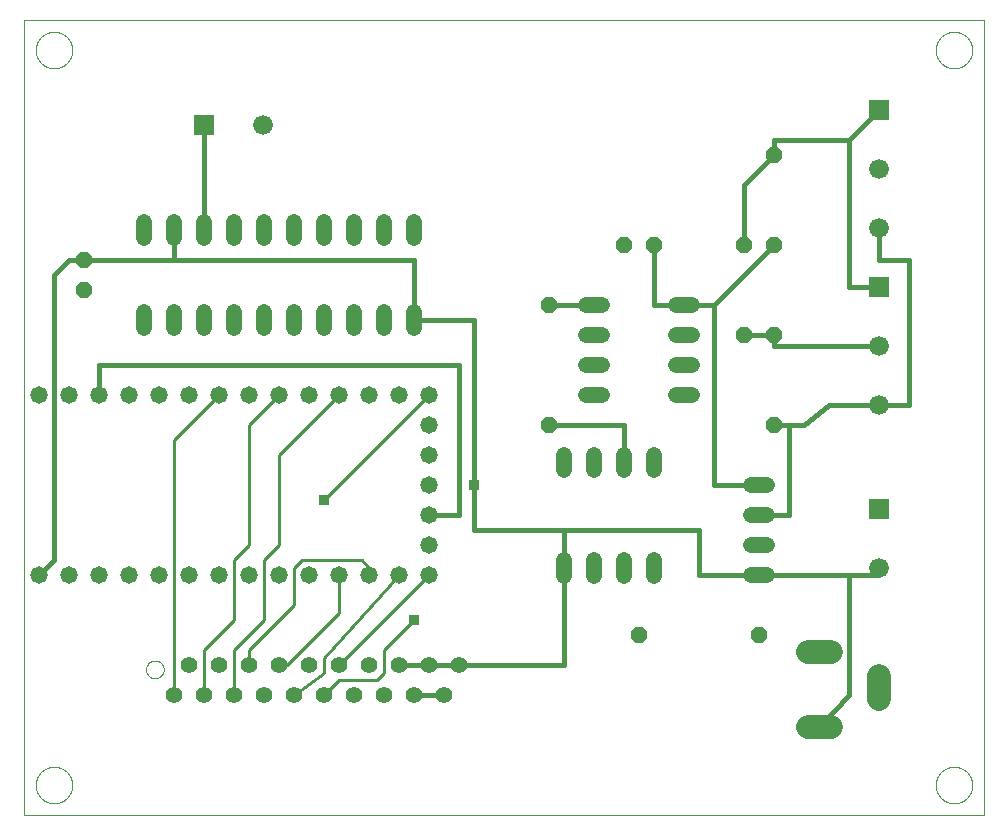
<source format=gbl>
G75*
%MOIN*%
%OFA0B0*%
%FSLAX25Y25*%
%IPPOS*%
%LPD*%
%AMOC8*
5,1,8,0,0,1.08239X$1,22.5*
%
%ADD10C,0.00000*%
%ADD11OC8,0.05200*%
%ADD12C,0.05200*%
%ADD13R,0.06600X0.06600*%
%ADD14C,0.06600*%
%ADD15C,0.05800*%
%ADD16C,0.07874*%
%ADD17C,0.05600*%
%ADD18C,0.01600*%
%ADD19R,0.03562X0.03562*%
%ADD20C,0.01000*%
D10*
X0001400Y0005000D02*
X0321400Y0005000D01*
X0321400Y0270000D01*
X0001400Y0270000D01*
X0001400Y0005000D01*
X0005298Y0015000D02*
X0005300Y0015156D01*
X0005306Y0015312D01*
X0005316Y0015467D01*
X0005330Y0015622D01*
X0005348Y0015777D01*
X0005370Y0015931D01*
X0005395Y0016085D01*
X0005425Y0016238D01*
X0005459Y0016390D01*
X0005496Y0016542D01*
X0005537Y0016692D01*
X0005582Y0016841D01*
X0005631Y0016989D01*
X0005684Y0017136D01*
X0005740Y0017281D01*
X0005800Y0017425D01*
X0005864Y0017567D01*
X0005932Y0017708D01*
X0006003Y0017846D01*
X0006077Y0017983D01*
X0006155Y0018118D01*
X0006236Y0018251D01*
X0006321Y0018382D01*
X0006409Y0018511D01*
X0006500Y0018637D01*
X0006595Y0018761D01*
X0006692Y0018882D01*
X0006793Y0019001D01*
X0006897Y0019118D01*
X0007003Y0019231D01*
X0007113Y0019342D01*
X0007225Y0019450D01*
X0007340Y0019555D01*
X0007458Y0019658D01*
X0007578Y0019757D01*
X0007701Y0019853D01*
X0007826Y0019946D01*
X0007953Y0020035D01*
X0008083Y0020122D01*
X0008215Y0020205D01*
X0008349Y0020284D01*
X0008485Y0020361D01*
X0008623Y0020433D01*
X0008762Y0020503D01*
X0008904Y0020568D01*
X0009047Y0020630D01*
X0009191Y0020688D01*
X0009337Y0020743D01*
X0009485Y0020794D01*
X0009633Y0020841D01*
X0009783Y0020884D01*
X0009934Y0020923D01*
X0010086Y0020959D01*
X0010238Y0020990D01*
X0010392Y0021018D01*
X0010546Y0021042D01*
X0010700Y0021062D01*
X0010855Y0021078D01*
X0011011Y0021090D01*
X0011166Y0021098D01*
X0011322Y0021102D01*
X0011478Y0021102D01*
X0011634Y0021098D01*
X0011789Y0021090D01*
X0011945Y0021078D01*
X0012100Y0021062D01*
X0012254Y0021042D01*
X0012408Y0021018D01*
X0012562Y0020990D01*
X0012714Y0020959D01*
X0012866Y0020923D01*
X0013017Y0020884D01*
X0013167Y0020841D01*
X0013315Y0020794D01*
X0013463Y0020743D01*
X0013609Y0020688D01*
X0013753Y0020630D01*
X0013896Y0020568D01*
X0014038Y0020503D01*
X0014177Y0020433D01*
X0014315Y0020361D01*
X0014451Y0020284D01*
X0014585Y0020205D01*
X0014717Y0020122D01*
X0014847Y0020035D01*
X0014974Y0019946D01*
X0015099Y0019853D01*
X0015222Y0019757D01*
X0015342Y0019658D01*
X0015460Y0019555D01*
X0015575Y0019450D01*
X0015687Y0019342D01*
X0015797Y0019231D01*
X0015903Y0019118D01*
X0016007Y0019001D01*
X0016108Y0018882D01*
X0016205Y0018761D01*
X0016300Y0018637D01*
X0016391Y0018511D01*
X0016479Y0018382D01*
X0016564Y0018251D01*
X0016645Y0018118D01*
X0016723Y0017983D01*
X0016797Y0017846D01*
X0016868Y0017708D01*
X0016936Y0017567D01*
X0017000Y0017425D01*
X0017060Y0017281D01*
X0017116Y0017136D01*
X0017169Y0016989D01*
X0017218Y0016841D01*
X0017263Y0016692D01*
X0017304Y0016542D01*
X0017341Y0016390D01*
X0017375Y0016238D01*
X0017405Y0016085D01*
X0017430Y0015931D01*
X0017452Y0015777D01*
X0017470Y0015622D01*
X0017484Y0015467D01*
X0017494Y0015312D01*
X0017500Y0015156D01*
X0017502Y0015000D01*
X0017500Y0014844D01*
X0017494Y0014688D01*
X0017484Y0014533D01*
X0017470Y0014378D01*
X0017452Y0014223D01*
X0017430Y0014069D01*
X0017405Y0013915D01*
X0017375Y0013762D01*
X0017341Y0013610D01*
X0017304Y0013458D01*
X0017263Y0013308D01*
X0017218Y0013159D01*
X0017169Y0013011D01*
X0017116Y0012864D01*
X0017060Y0012719D01*
X0017000Y0012575D01*
X0016936Y0012433D01*
X0016868Y0012292D01*
X0016797Y0012154D01*
X0016723Y0012017D01*
X0016645Y0011882D01*
X0016564Y0011749D01*
X0016479Y0011618D01*
X0016391Y0011489D01*
X0016300Y0011363D01*
X0016205Y0011239D01*
X0016108Y0011118D01*
X0016007Y0010999D01*
X0015903Y0010882D01*
X0015797Y0010769D01*
X0015687Y0010658D01*
X0015575Y0010550D01*
X0015460Y0010445D01*
X0015342Y0010342D01*
X0015222Y0010243D01*
X0015099Y0010147D01*
X0014974Y0010054D01*
X0014847Y0009965D01*
X0014717Y0009878D01*
X0014585Y0009795D01*
X0014451Y0009716D01*
X0014315Y0009639D01*
X0014177Y0009567D01*
X0014038Y0009497D01*
X0013896Y0009432D01*
X0013753Y0009370D01*
X0013609Y0009312D01*
X0013463Y0009257D01*
X0013315Y0009206D01*
X0013167Y0009159D01*
X0013017Y0009116D01*
X0012866Y0009077D01*
X0012714Y0009041D01*
X0012562Y0009010D01*
X0012408Y0008982D01*
X0012254Y0008958D01*
X0012100Y0008938D01*
X0011945Y0008922D01*
X0011789Y0008910D01*
X0011634Y0008902D01*
X0011478Y0008898D01*
X0011322Y0008898D01*
X0011166Y0008902D01*
X0011011Y0008910D01*
X0010855Y0008922D01*
X0010700Y0008938D01*
X0010546Y0008958D01*
X0010392Y0008982D01*
X0010238Y0009010D01*
X0010086Y0009041D01*
X0009934Y0009077D01*
X0009783Y0009116D01*
X0009633Y0009159D01*
X0009485Y0009206D01*
X0009337Y0009257D01*
X0009191Y0009312D01*
X0009047Y0009370D01*
X0008904Y0009432D01*
X0008762Y0009497D01*
X0008623Y0009567D01*
X0008485Y0009639D01*
X0008349Y0009716D01*
X0008215Y0009795D01*
X0008083Y0009878D01*
X0007953Y0009965D01*
X0007826Y0010054D01*
X0007701Y0010147D01*
X0007578Y0010243D01*
X0007458Y0010342D01*
X0007340Y0010445D01*
X0007225Y0010550D01*
X0007113Y0010658D01*
X0007003Y0010769D01*
X0006897Y0010882D01*
X0006793Y0010999D01*
X0006692Y0011118D01*
X0006595Y0011239D01*
X0006500Y0011363D01*
X0006409Y0011489D01*
X0006321Y0011618D01*
X0006236Y0011749D01*
X0006155Y0011882D01*
X0006077Y0012017D01*
X0006003Y0012154D01*
X0005932Y0012292D01*
X0005864Y0012433D01*
X0005800Y0012575D01*
X0005740Y0012719D01*
X0005684Y0012864D01*
X0005631Y0013011D01*
X0005582Y0013159D01*
X0005537Y0013308D01*
X0005496Y0013458D01*
X0005459Y0013610D01*
X0005425Y0013762D01*
X0005395Y0013915D01*
X0005370Y0014069D01*
X0005348Y0014223D01*
X0005330Y0014378D01*
X0005316Y0014533D01*
X0005306Y0014688D01*
X0005300Y0014844D01*
X0005298Y0015000D01*
X0042069Y0053563D02*
X0042071Y0053671D01*
X0042077Y0053780D01*
X0042087Y0053888D01*
X0042101Y0053995D01*
X0042119Y0054102D01*
X0042140Y0054209D01*
X0042166Y0054314D01*
X0042196Y0054419D01*
X0042229Y0054522D01*
X0042266Y0054624D01*
X0042307Y0054724D01*
X0042351Y0054823D01*
X0042400Y0054921D01*
X0042451Y0055016D01*
X0042506Y0055109D01*
X0042565Y0055201D01*
X0042627Y0055290D01*
X0042692Y0055377D01*
X0042760Y0055461D01*
X0042831Y0055543D01*
X0042905Y0055622D01*
X0042982Y0055698D01*
X0043062Y0055772D01*
X0043145Y0055842D01*
X0043230Y0055910D01*
X0043317Y0055974D01*
X0043407Y0056035D01*
X0043499Y0056093D01*
X0043593Y0056147D01*
X0043689Y0056198D01*
X0043786Y0056245D01*
X0043886Y0056289D01*
X0043987Y0056329D01*
X0044089Y0056365D01*
X0044192Y0056397D01*
X0044297Y0056426D01*
X0044403Y0056450D01*
X0044509Y0056471D01*
X0044616Y0056488D01*
X0044724Y0056501D01*
X0044832Y0056510D01*
X0044941Y0056515D01*
X0045049Y0056516D01*
X0045158Y0056513D01*
X0045266Y0056506D01*
X0045374Y0056495D01*
X0045481Y0056480D01*
X0045588Y0056461D01*
X0045694Y0056438D01*
X0045799Y0056412D01*
X0045904Y0056381D01*
X0046006Y0056347D01*
X0046108Y0056309D01*
X0046208Y0056267D01*
X0046307Y0056222D01*
X0046404Y0056173D01*
X0046498Y0056120D01*
X0046591Y0056064D01*
X0046682Y0056005D01*
X0046771Y0055942D01*
X0046857Y0055877D01*
X0046941Y0055808D01*
X0047022Y0055736D01*
X0047100Y0055661D01*
X0047176Y0055583D01*
X0047249Y0055502D01*
X0047319Y0055419D01*
X0047385Y0055334D01*
X0047449Y0055246D01*
X0047509Y0055155D01*
X0047566Y0055063D01*
X0047619Y0054968D01*
X0047669Y0054872D01*
X0047715Y0054774D01*
X0047758Y0054674D01*
X0047797Y0054573D01*
X0047832Y0054470D01*
X0047864Y0054367D01*
X0047891Y0054262D01*
X0047915Y0054156D01*
X0047935Y0054049D01*
X0047951Y0053942D01*
X0047963Y0053834D01*
X0047971Y0053726D01*
X0047975Y0053617D01*
X0047975Y0053509D01*
X0047971Y0053400D01*
X0047963Y0053292D01*
X0047951Y0053184D01*
X0047935Y0053077D01*
X0047915Y0052970D01*
X0047891Y0052864D01*
X0047864Y0052759D01*
X0047832Y0052656D01*
X0047797Y0052553D01*
X0047758Y0052452D01*
X0047715Y0052352D01*
X0047669Y0052254D01*
X0047619Y0052158D01*
X0047566Y0052063D01*
X0047509Y0051971D01*
X0047449Y0051880D01*
X0047385Y0051792D01*
X0047319Y0051707D01*
X0047249Y0051624D01*
X0047176Y0051543D01*
X0047100Y0051465D01*
X0047022Y0051390D01*
X0046941Y0051318D01*
X0046857Y0051249D01*
X0046771Y0051184D01*
X0046682Y0051121D01*
X0046591Y0051062D01*
X0046499Y0051006D01*
X0046404Y0050953D01*
X0046307Y0050904D01*
X0046208Y0050859D01*
X0046108Y0050817D01*
X0046006Y0050779D01*
X0045904Y0050745D01*
X0045799Y0050714D01*
X0045694Y0050688D01*
X0045588Y0050665D01*
X0045481Y0050646D01*
X0045374Y0050631D01*
X0045266Y0050620D01*
X0045158Y0050613D01*
X0045049Y0050610D01*
X0044941Y0050611D01*
X0044832Y0050616D01*
X0044724Y0050625D01*
X0044616Y0050638D01*
X0044509Y0050655D01*
X0044403Y0050676D01*
X0044297Y0050700D01*
X0044192Y0050729D01*
X0044089Y0050761D01*
X0043987Y0050797D01*
X0043886Y0050837D01*
X0043786Y0050881D01*
X0043689Y0050928D01*
X0043593Y0050979D01*
X0043499Y0051033D01*
X0043407Y0051091D01*
X0043317Y0051152D01*
X0043230Y0051216D01*
X0043145Y0051284D01*
X0043062Y0051354D01*
X0042982Y0051428D01*
X0042905Y0051504D01*
X0042831Y0051583D01*
X0042760Y0051665D01*
X0042692Y0051749D01*
X0042627Y0051836D01*
X0042565Y0051925D01*
X0042506Y0052017D01*
X0042451Y0052110D01*
X0042400Y0052205D01*
X0042351Y0052303D01*
X0042307Y0052402D01*
X0042266Y0052502D01*
X0042229Y0052604D01*
X0042196Y0052707D01*
X0042166Y0052812D01*
X0042140Y0052917D01*
X0042119Y0053024D01*
X0042101Y0053131D01*
X0042087Y0053238D01*
X0042077Y0053346D01*
X0042071Y0053455D01*
X0042069Y0053563D01*
X0005298Y0260000D02*
X0005300Y0260156D01*
X0005306Y0260312D01*
X0005316Y0260467D01*
X0005330Y0260622D01*
X0005348Y0260777D01*
X0005370Y0260931D01*
X0005395Y0261085D01*
X0005425Y0261238D01*
X0005459Y0261390D01*
X0005496Y0261542D01*
X0005537Y0261692D01*
X0005582Y0261841D01*
X0005631Y0261989D01*
X0005684Y0262136D01*
X0005740Y0262281D01*
X0005800Y0262425D01*
X0005864Y0262567D01*
X0005932Y0262708D01*
X0006003Y0262846D01*
X0006077Y0262983D01*
X0006155Y0263118D01*
X0006236Y0263251D01*
X0006321Y0263382D01*
X0006409Y0263511D01*
X0006500Y0263637D01*
X0006595Y0263761D01*
X0006692Y0263882D01*
X0006793Y0264001D01*
X0006897Y0264118D01*
X0007003Y0264231D01*
X0007113Y0264342D01*
X0007225Y0264450D01*
X0007340Y0264555D01*
X0007458Y0264658D01*
X0007578Y0264757D01*
X0007701Y0264853D01*
X0007826Y0264946D01*
X0007953Y0265035D01*
X0008083Y0265122D01*
X0008215Y0265205D01*
X0008349Y0265284D01*
X0008485Y0265361D01*
X0008623Y0265433D01*
X0008762Y0265503D01*
X0008904Y0265568D01*
X0009047Y0265630D01*
X0009191Y0265688D01*
X0009337Y0265743D01*
X0009485Y0265794D01*
X0009633Y0265841D01*
X0009783Y0265884D01*
X0009934Y0265923D01*
X0010086Y0265959D01*
X0010238Y0265990D01*
X0010392Y0266018D01*
X0010546Y0266042D01*
X0010700Y0266062D01*
X0010855Y0266078D01*
X0011011Y0266090D01*
X0011166Y0266098D01*
X0011322Y0266102D01*
X0011478Y0266102D01*
X0011634Y0266098D01*
X0011789Y0266090D01*
X0011945Y0266078D01*
X0012100Y0266062D01*
X0012254Y0266042D01*
X0012408Y0266018D01*
X0012562Y0265990D01*
X0012714Y0265959D01*
X0012866Y0265923D01*
X0013017Y0265884D01*
X0013167Y0265841D01*
X0013315Y0265794D01*
X0013463Y0265743D01*
X0013609Y0265688D01*
X0013753Y0265630D01*
X0013896Y0265568D01*
X0014038Y0265503D01*
X0014177Y0265433D01*
X0014315Y0265361D01*
X0014451Y0265284D01*
X0014585Y0265205D01*
X0014717Y0265122D01*
X0014847Y0265035D01*
X0014974Y0264946D01*
X0015099Y0264853D01*
X0015222Y0264757D01*
X0015342Y0264658D01*
X0015460Y0264555D01*
X0015575Y0264450D01*
X0015687Y0264342D01*
X0015797Y0264231D01*
X0015903Y0264118D01*
X0016007Y0264001D01*
X0016108Y0263882D01*
X0016205Y0263761D01*
X0016300Y0263637D01*
X0016391Y0263511D01*
X0016479Y0263382D01*
X0016564Y0263251D01*
X0016645Y0263118D01*
X0016723Y0262983D01*
X0016797Y0262846D01*
X0016868Y0262708D01*
X0016936Y0262567D01*
X0017000Y0262425D01*
X0017060Y0262281D01*
X0017116Y0262136D01*
X0017169Y0261989D01*
X0017218Y0261841D01*
X0017263Y0261692D01*
X0017304Y0261542D01*
X0017341Y0261390D01*
X0017375Y0261238D01*
X0017405Y0261085D01*
X0017430Y0260931D01*
X0017452Y0260777D01*
X0017470Y0260622D01*
X0017484Y0260467D01*
X0017494Y0260312D01*
X0017500Y0260156D01*
X0017502Y0260000D01*
X0017500Y0259844D01*
X0017494Y0259688D01*
X0017484Y0259533D01*
X0017470Y0259378D01*
X0017452Y0259223D01*
X0017430Y0259069D01*
X0017405Y0258915D01*
X0017375Y0258762D01*
X0017341Y0258610D01*
X0017304Y0258458D01*
X0017263Y0258308D01*
X0017218Y0258159D01*
X0017169Y0258011D01*
X0017116Y0257864D01*
X0017060Y0257719D01*
X0017000Y0257575D01*
X0016936Y0257433D01*
X0016868Y0257292D01*
X0016797Y0257154D01*
X0016723Y0257017D01*
X0016645Y0256882D01*
X0016564Y0256749D01*
X0016479Y0256618D01*
X0016391Y0256489D01*
X0016300Y0256363D01*
X0016205Y0256239D01*
X0016108Y0256118D01*
X0016007Y0255999D01*
X0015903Y0255882D01*
X0015797Y0255769D01*
X0015687Y0255658D01*
X0015575Y0255550D01*
X0015460Y0255445D01*
X0015342Y0255342D01*
X0015222Y0255243D01*
X0015099Y0255147D01*
X0014974Y0255054D01*
X0014847Y0254965D01*
X0014717Y0254878D01*
X0014585Y0254795D01*
X0014451Y0254716D01*
X0014315Y0254639D01*
X0014177Y0254567D01*
X0014038Y0254497D01*
X0013896Y0254432D01*
X0013753Y0254370D01*
X0013609Y0254312D01*
X0013463Y0254257D01*
X0013315Y0254206D01*
X0013167Y0254159D01*
X0013017Y0254116D01*
X0012866Y0254077D01*
X0012714Y0254041D01*
X0012562Y0254010D01*
X0012408Y0253982D01*
X0012254Y0253958D01*
X0012100Y0253938D01*
X0011945Y0253922D01*
X0011789Y0253910D01*
X0011634Y0253902D01*
X0011478Y0253898D01*
X0011322Y0253898D01*
X0011166Y0253902D01*
X0011011Y0253910D01*
X0010855Y0253922D01*
X0010700Y0253938D01*
X0010546Y0253958D01*
X0010392Y0253982D01*
X0010238Y0254010D01*
X0010086Y0254041D01*
X0009934Y0254077D01*
X0009783Y0254116D01*
X0009633Y0254159D01*
X0009485Y0254206D01*
X0009337Y0254257D01*
X0009191Y0254312D01*
X0009047Y0254370D01*
X0008904Y0254432D01*
X0008762Y0254497D01*
X0008623Y0254567D01*
X0008485Y0254639D01*
X0008349Y0254716D01*
X0008215Y0254795D01*
X0008083Y0254878D01*
X0007953Y0254965D01*
X0007826Y0255054D01*
X0007701Y0255147D01*
X0007578Y0255243D01*
X0007458Y0255342D01*
X0007340Y0255445D01*
X0007225Y0255550D01*
X0007113Y0255658D01*
X0007003Y0255769D01*
X0006897Y0255882D01*
X0006793Y0255999D01*
X0006692Y0256118D01*
X0006595Y0256239D01*
X0006500Y0256363D01*
X0006409Y0256489D01*
X0006321Y0256618D01*
X0006236Y0256749D01*
X0006155Y0256882D01*
X0006077Y0257017D01*
X0006003Y0257154D01*
X0005932Y0257292D01*
X0005864Y0257433D01*
X0005800Y0257575D01*
X0005740Y0257719D01*
X0005684Y0257864D01*
X0005631Y0258011D01*
X0005582Y0258159D01*
X0005537Y0258308D01*
X0005496Y0258458D01*
X0005459Y0258610D01*
X0005425Y0258762D01*
X0005395Y0258915D01*
X0005370Y0259069D01*
X0005348Y0259223D01*
X0005330Y0259378D01*
X0005316Y0259533D01*
X0005306Y0259688D01*
X0005300Y0259844D01*
X0005298Y0260000D01*
X0305298Y0260000D02*
X0305300Y0260156D01*
X0305306Y0260312D01*
X0305316Y0260467D01*
X0305330Y0260622D01*
X0305348Y0260777D01*
X0305370Y0260931D01*
X0305395Y0261085D01*
X0305425Y0261238D01*
X0305459Y0261390D01*
X0305496Y0261542D01*
X0305537Y0261692D01*
X0305582Y0261841D01*
X0305631Y0261989D01*
X0305684Y0262136D01*
X0305740Y0262281D01*
X0305800Y0262425D01*
X0305864Y0262567D01*
X0305932Y0262708D01*
X0306003Y0262846D01*
X0306077Y0262983D01*
X0306155Y0263118D01*
X0306236Y0263251D01*
X0306321Y0263382D01*
X0306409Y0263511D01*
X0306500Y0263637D01*
X0306595Y0263761D01*
X0306692Y0263882D01*
X0306793Y0264001D01*
X0306897Y0264118D01*
X0307003Y0264231D01*
X0307113Y0264342D01*
X0307225Y0264450D01*
X0307340Y0264555D01*
X0307458Y0264658D01*
X0307578Y0264757D01*
X0307701Y0264853D01*
X0307826Y0264946D01*
X0307953Y0265035D01*
X0308083Y0265122D01*
X0308215Y0265205D01*
X0308349Y0265284D01*
X0308485Y0265361D01*
X0308623Y0265433D01*
X0308762Y0265503D01*
X0308904Y0265568D01*
X0309047Y0265630D01*
X0309191Y0265688D01*
X0309337Y0265743D01*
X0309485Y0265794D01*
X0309633Y0265841D01*
X0309783Y0265884D01*
X0309934Y0265923D01*
X0310086Y0265959D01*
X0310238Y0265990D01*
X0310392Y0266018D01*
X0310546Y0266042D01*
X0310700Y0266062D01*
X0310855Y0266078D01*
X0311011Y0266090D01*
X0311166Y0266098D01*
X0311322Y0266102D01*
X0311478Y0266102D01*
X0311634Y0266098D01*
X0311789Y0266090D01*
X0311945Y0266078D01*
X0312100Y0266062D01*
X0312254Y0266042D01*
X0312408Y0266018D01*
X0312562Y0265990D01*
X0312714Y0265959D01*
X0312866Y0265923D01*
X0313017Y0265884D01*
X0313167Y0265841D01*
X0313315Y0265794D01*
X0313463Y0265743D01*
X0313609Y0265688D01*
X0313753Y0265630D01*
X0313896Y0265568D01*
X0314038Y0265503D01*
X0314177Y0265433D01*
X0314315Y0265361D01*
X0314451Y0265284D01*
X0314585Y0265205D01*
X0314717Y0265122D01*
X0314847Y0265035D01*
X0314974Y0264946D01*
X0315099Y0264853D01*
X0315222Y0264757D01*
X0315342Y0264658D01*
X0315460Y0264555D01*
X0315575Y0264450D01*
X0315687Y0264342D01*
X0315797Y0264231D01*
X0315903Y0264118D01*
X0316007Y0264001D01*
X0316108Y0263882D01*
X0316205Y0263761D01*
X0316300Y0263637D01*
X0316391Y0263511D01*
X0316479Y0263382D01*
X0316564Y0263251D01*
X0316645Y0263118D01*
X0316723Y0262983D01*
X0316797Y0262846D01*
X0316868Y0262708D01*
X0316936Y0262567D01*
X0317000Y0262425D01*
X0317060Y0262281D01*
X0317116Y0262136D01*
X0317169Y0261989D01*
X0317218Y0261841D01*
X0317263Y0261692D01*
X0317304Y0261542D01*
X0317341Y0261390D01*
X0317375Y0261238D01*
X0317405Y0261085D01*
X0317430Y0260931D01*
X0317452Y0260777D01*
X0317470Y0260622D01*
X0317484Y0260467D01*
X0317494Y0260312D01*
X0317500Y0260156D01*
X0317502Y0260000D01*
X0317500Y0259844D01*
X0317494Y0259688D01*
X0317484Y0259533D01*
X0317470Y0259378D01*
X0317452Y0259223D01*
X0317430Y0259069D01*
X0317405Y0258915D01*
X0317375Y0258762D01*
X0317341Y0258610D01*
X0317304Y0258458D01*
X0317263Y0258308D01*
X0317218Y0258159D01*
X0317169Y0258011D01*
X0317116Y0257864D01*
X0317060Y0257719D01*
X0317000Y0257575D01*
X0316936Y0257433D01*
X0316868Y0257292D01*
X0316797Y0257154D01*
X0316723Y0257017D01*
X0316645Y0256882D01*
X0316564Y0256749D01*
X0316479Y0256618D01*
X0316391Y0256489D01*
X0316300Y0256363D01*
X0316205Y0256239D01*
X0316108Y0256118D01*
X0316007Y0255999D01*
X0315903Y0255882D01*
X0315797Y0255769D01*
X0315687Y0255658D01*
X0315575Y0255550D01*
X0315460Y0255445D01*
X0315342Y0255342D01*
X0315222Y0255243D01*
X0315099Y0255147D01*
X0314974Y0255054D01*
X0314847Y0254965D01*
X0314717Y0254878D01*
X0314585Y0254795D01*
X0314451Y0254716D01*
X0314315Y0254639D01*
X0314177Y0254567D01*
X0314038Y0254497D01*
X0313896Y0254432D01*
X0313753Y0254370D01*
X0313609Y0254312D01*
X0313463Y0254257D01*
X0313315Y0254206D01*
X0313167Y0254159D01*
X0313017Y0254116D01*
X0312866Y0254077D01*
X0312714Y0254041D01*
X0312562Y0254010D01*
X0312408Y0253982D01*
X0312254Y0253958D01*
X0312100Y0253938D01*
X0311945Y0253922D01*
X0311789Y0253910D01*
X0311634Y0253902D01*
X0311478Y0253898D01*
X0311322Y0253898D01*
X0311166Y0253902D01*
X0311011Y0253910D01*
X0310855Y0253922D01*
X0310700Y0253938D01*
X0310546Y0253958D01*
X0310392Y0253982D01*
X0310238Y0254010D01*
X0310086Y0254041D01*
X0309934Y0254077D01*
X0309783Y0254116D01*
X0309633Y0254159D01*
X0309485Y0254206D01*
X0309337Y0254257D01*
X0309191Y0254312D01*
X0309047Y0254370D01*
X0308904Y0254432D01*
X0308762Y0254497D01*
X0308623Y0254567D01*
X0308485Y0254639D01*
X0308349Y0254716D01*
X0308215Y0254795D01*
X0308083Y0254878D01*
X0307953Y0254965D01*
X0307826Y0255054D01*
X0307701Y0255147D01*
X0307578Y0255243D01*
X0307458Y0255342D01*
X0307340Y0255445D01*
X0307225Y0255550D01*
X0307113Y0255658D01*
X0307003Y0255769D01*
X0306897Y0255882D01*
X0306793Y0255999D01*
X0306692Y0256118D01*
X0306595Y0256239D01*
X0306500Y0256363D01*
X0306409Y0256489D01*
X0306321Y0256618D01*
X0306236Y0256749D01*
X0306155Y0256882D01*
X0306077Y0257017D01*
X0306003Y0257154D01*
X0305932Y0257292D01*
X0305864Y0257433D01*
X0305800Y0257575D01*
X0305740Y0257719D01*
X0305684Y0257864D01*
X0305631Y0258011D01*
X0305582Y0258159D01*
X0305537Y0258308D01*
X0305496Y0258458D01*
X0305459Y0258610D01*
X0305425Y0258762D01*
X0305395Y0258915D01*
X0305370Y0259069D01*
X0305348Y0259223D01*
X0305330Y0259378D01*
X0305316Y0259533D01*
X0305306Y0259688D01*
X0305300Y0259844D01*
X0305298Y0260000D01*
X0305298Y0015000D02*
X0305300Y0015156D01*
X0305306Y0015312D01*
X0305316Y0015467D01*
X0305330Y0015622D01*
X0305348Y0015777D01*
X0305370Y0015931D01*
X0305395Y0016085D01*
X0305425Y0016238D01*
X0305459Y0016390D01*
X0305496Y0016542D01*
X0305537Y0016692D01*
X0305582Y0016841D01*
X0305631Y0016989D01*
X0305684Y0017136D01*
X0305740Y0017281D01*
X0305800Y0017425D01*
X0305864Y0017567D01*
X0305932Y0017708D01*
X0306003Y0017846D01*
X0306077Y0017983D01*
X0306155Y0018118D01*
X0306236Y0018251D01*
X0306321Y0018382D01*
X0306409Y0018511D01*
X0306500Y0018637D01*
X0306595Y0018761D01*
X0306692Y0018882D01*
X0306793Y0019001D01*
X0306897Y0019118D01*
X0307003Y0019231D01*
X0307113Y0019342D01*
X0307225Y0019450D01*
X0307340Y0019555D01*
X0307458Y0019658D01*
X0307578Y0019757D01*
X0307701Y0019853D01*
X0307826Y0019946D01*
X0307953Y0020035D01*
X0308083Y0020122D01*
X0308215Y0020205D01*
X0308349Y0020284D01*
X0308485Y0020361D01*
X0308623Y0020433D01*
X0308762Y0020503D01*
X0308904Y0020568D01*
X0309047Y0020630D01*
X0309191Y0020688D01*
X0309337Y0020743D01*
X0309485Y0020794D01*
X0309633Y0020841D01*
X0309783Y0020884D01*
X0309934Y0020923D01*
X0310086Y0020959D01*
X0310238Y0020990D01*
X0310392Y0021018D01*
X0310546Y0021042D01*
X0310700Y0021062D01*
X0310855Y0021078D01*
X0311011Y0021090D01*
X0311166Y0021098D01*
X0311322Y0021102D01*
X0311478Y0021102D01*
X0311634Y0021098D01*
X0311789Y0021090D01*
X0311945Y0021078D01*
X0312100Y0021062D01*
X0312254Y0021042D01*
X0312408Y0021018D01*
X0312562Y0020990D01*
X0312714Y0020959D01*
X0312866Y0020923D01*
X0313017Y0020884D01*
X0313167Y0020841D01*
X0313315Y0020794D01*
X0313463Y0020743D01*
X0313609Y0020688D01*
X0313753Y0020630D01*
X0313896Y0020568D01*
X0314038Y0020503D01*
X0314177Y0020433D01*
X0314315Y0020361D01*
X0314451Y0020284D01*
X0314585Y0020205D01*
X0314717Y0020122D01*
X0314847Y0020035D01*
X0314974Y0019946D01*
X0315099Y0019853D01*
X0315222Y0019757D01*
X0315342Y0019658D01*
X0315460Y0019555D01*
X0315575Y0019450D01*
X0315687Y0019342D01*
X0315797Y0019231D01*
X0315903Y0019118D01*
X0316007Y0019001D01*
X0316108Y0018882D01*
X0316205Y0018761D01*
X0316300Y0018637D01*
X0316391Y0018511D01*
X0316479Y0018382D01*
X0316564Y0018251D01*
X0316645Y0018118D01*
X0316723Y0017983D01*
X0316797Y0017846D01*
X0316868Y0017708D01*
X0316936Y0017567D01*
X0317000Y0017425D01*
X0317060Y0017281D01*
X0317116Y0017136D01*
X0317169Y0016989D01*
X0317218Y0016841D01*
X0317263Y0016692D01*
X0317304Y0016542D01*
X0317341Y0016390D01*
X0317375Y0016238D01*
X0317405Y0016085D01*
X0317430Y0015931D01*
X0317452Y0015777D01*
X0317470Y0015622D01*
X0317484Y0015467D01*
X0317494Y0015312D01*
X0317500Y0015156D01*
X0317502Y0015000D01*
X0317500Y0014844D01*
X0317494Y0014688D01*
X0317484Y0014533D01*
X0317470Y0014378D01*
X0317452Y0014223D01*
X0317430Y0014069D01*
X0317405Y0013915D01*
X0317375Y0013762D01*
X0317341Y0013610D01*
X0317304Y0013458D01*
X0317263Y0013308D01*
X0317218Y0013159D01*
X0317169Y0013011D01*
X0317116Y0012864D01*
X0317060Y0012719D01*
X0317000Y0012575D01*
X0316936Y0012433D01*
X0316868Y0012292D01*
X0316797Y0012154D01*
X0316723Y0012017D01*
X0316645Y0011882D01*
X0316564Y0011749D01*
X0316479Y0011618D01*
X0316391Y0011489D01*
X0316300Y0011363D01*
X0316205Y0011239D01*
X0316108Y0011118D01*
X0316007Y0010999D01*
X0315903Y0010882D01*
X0315797Y0010769D01*
X0315687Y0010658D01*
X0315575Y0010550D01*
X0315460Y0010445D01*
X0315342Y0010342D01*
X0315222Y0010243D01*
X0315099Y0010147D01*
X0314974Y0010054D01*
X0314847Y0009965D01*
X0314717Y0009878D01*
X0314585Y0009795D01*
X0314451Y0009716D01*
X0314315Y0009639D01*
X0314177Y0009567D01*
X0314038Y0009497D01*
X0313896Y0009432D01*
X0313753Y0009370D01*
X0313609Y0009312D01*
X0313463Y0009257D01*
X0313315Y0009206D01*
X0313167Y0009159D01*
X0313017Y0009116D01*
X0312866Y0009077D01*
X0312714Y0009041D01*
X0312562Y0009010D01*
X0312408Y0008982D01*
X0312254Y0008958D01*
X0312100Y0008938D01*
X0311945Y0008922D01*
X0311789Y0008910D01*
X0311634Y0008902D01*
X0311478Y0008898D01*
X0311322Y0008898D01*
X0311166Y0008902D01*
X0311011Y0008910D01*
X0310855Y0008922D01*
X0310700Y0008938D01*
X0310546Y0008958D01*
X0310392Y0008982D01*
X0310238Y0009010D01*
X0310086Y0009041D01*
X0309934Y0009077D01*
X0309783Y0009116D01*
X0309633Y0009159D01*
X0309485Y0009206D01*
X0309337Y0009257D01*
X0309191Y0009312D01*
X0309047Y0009370D01*
X0308904Y0009432D01*
X0308762Y0009497D01*
X0308623Y0009567D01*
X0308485Y0009639D01*
X0308349Y0009716D01*
X0308215Y0009795D01*
X0308083Y0009878D01*
X0307953Y0009965D01*
X0307826Y0010054D01*
X0307701Y0010147D01*
X0307578Y0010243D01*
X0307458Y0010342D01*
X0307340Y0010445D01*
X0307225Y0010550D01*
X0307113Y0010658D01*
X0307003Y0010769D01*
X0306897Y0010882D01*
X0306793Y0010999D01*
X0306692Y0011118D01*
X0306595Y0011239D01*
X0306500Y0011363D01*
X0306409Y0011489D01*
X0306321Y0011618D01*
X0306236Y0011749D01*
X0306155Y0011882D01*
X0306077Y0012017D01*
X0306003Y0012154D01*
X0305932Y0012292D01*
X0305864Y0012433D01*
X0305800Y0012575D01*
X0305740Y0012719D01*
X0305684Y0012864D01*
X0305631Y0013011D01*
X0305582Y0013159D01*
X0305537Y0013308D01*
X0305496Y0013458D01*
X0305459Y0013610D01*
X0305425Y0013762D01*
X0305395Y0013915D01*
X0305370Y0014069D01*
X0305348Y0014223D01*
X0305330Y0014378D01*
X0305316Y0014533D01*
X0305306Y0014688D01*
X0305300Y0014844D01*
X0305298Y0015000D01*
D11*
X0246400Y0065000D03*
X0206400Y0065000D03*
X0176400Y0135000D03*
X0176400Y0175000D03*
X0201400Y0195000D03*
X0211400Y0195000D03*
X0241400Y0195000D03*
X0251400Y0195000D03*
X0251400Y0165000D03*
X0241400Y0165000D03*
X0251400Y0135000D03*
X0251400Y0225000D03*
X0021400Y0190000D03*
X0021400Y0180000D03*
D12*
X0041400Y0172600D02*
X0041400Y0167400D01*
X0051400Y0167400D02*
X0051400Y0172600D01*
X0061400Y0172600D02*
X0061400Y0167400D01*
X0071400Y0167400D02*
X0071400Y0172600D01*
X0081400Y0172600D02*
X0081400Y0167400D01*
X0091400Y0167400D02*
X0091400Y0172600D01*
X0101400Y0172600D02*
X0101400Y0167400D01*
X0111400Y0167400D02*
X0111400Y0172600D01*
X0121400Y0172600D02*
X0121400Y0167400D01*
X0131400Y0167400D02*
X0131400Y0172600D01*
X0131400Y0197400D02*
X0131400Y0202600D01*
X0121400Y0202600D02*
X0121400Y0197400D01*
X0111400Y0197400D02*
X0111400Y0202600D01*
X0101400Y0202600D02*
X0101400Y0197400D01*
X0091400Y0197400D02*
X0091400Y0202600D01*
X0081400Y0202600D02*
X0081400Y0197400D01*
X0071400Y0197400D02*
X0071400Y0202600D01*
X0061400Y0202600D02*
X0061400Y0197400D01*
X0051400Y0197400D02*
X0051400Y0202600D01*
X0041400Y0202600D02*
X0041400Y0197400D01*
X0181400Y0125200D02*
X0181400Y0120000D01*
X0191400Y0120000D02*
X0191400Y0125200D01*
X0201400Y0125200D02*
X0201400Y0120000D01*
X0211400Y0120000D02*
X0211400Y0125200D01*
X0218800Y0145000D02*
X0224000Y0145000D01*
X0224000Y0155000D02*
X0218800Y0155000D01*
X0218800Y0165000D02*
X0224000Y0165000D01*
X0224000Y0175000D02*
X0218800Y0175000D01*
X0194000Y0175000D02*
X0188800Y0175000D01*
X0188800Y0165000D02*
X0194000Y0165000D01*
X0194000Y0155000D02*
X0188800Y0155000D01*
X0188800Y0145000D02*
X0194000Y0145000D01*
X0243800Y0115000D02*
X0249000Y0115000D01*
X0249000Y0105000D02*
X0243800Y0105000D01*
X0243800Y0095000D02*
X0249000Y0095000D01*
X0249000Y0085000D02*
X0243800Y0085000D01*
X0211400Y0084800D02*
X0211400Y0090000D01*
X0201400Y0090000D02*
X0201400Y0084800D01*
X0191400Y0084800D02*
X0191400Y0090000D01*
X0181400Y0090000D02*
X0181400Y0084800D01*
D13*
X0286400Y0107205D03*
X0286400Y0180945D03*
X0286400Y0240000D03*
X0061400Y0235000D03*
D14*
X0081085Y0235000D03*
X0286400Y0220315D03*
X0286400Y0200630D03*
X0286400Y0161260D03*
X0286400Y0141575D03*
X0286400Y0087520D03*
D15*
X0136400Y0085000D03*
X0126400Y0085000D03*
X0116400Y0085000D03*
X0106400Y0085000D03*
X0096400Y0085000D03*
X0086400Y0085000D03*
X0076400Y0085000D03*
X0066400Y0085000D03*
X0056400Y0085000D03*
X0046400Y0085000D03*
X0036400Y0085000D03*
X0026400Y0085000D03*
X0016400Y0085000D03*
X0006400Y0085000D03*
X0006400Y0145000D03*
X0016400Y0145000D03*
X0026400Y0145000D03*
X0036400Y0145000D03*
X0046400Y0145000D03*
X0056400Y0145000D03*
X0066400Y0145000D03*
X0076400Y0145000D03*
X0086400Y0145000D03*
X0096400Y0145000D03*
X0106400Y0145000D03*
X0116400Y0145000D03*
X0126400Y0145000D03*
X0136400Y0145000D03*
X0136400Y0135000D03*
X0136400Y0125000D03*
X0136400Y0115000D03*
X0136400Y0105000D03*
X0136400Y0095000D03*
D16*
X0262620Y0059331D02*
X0270494Y0059331D01*
X0286243Y0051457D02*
X0286243Y0043583D01*
X0270494Y0034528D02*
X0262620Y0034528D01*
D17*
X0146400Y0055000D03*
X0136400Y0055000D03*
X0126400Y0055000D03*
X0116400Y0055000D03*
X0106400Y0055000D03*
X0096400Y0055000D03*
X0086400Y0055000D03*
X0076400Y0055000D03*
X0066400Y0055000D03*
X0056400Y0055000D03*
X0051400Y0045000D03*
X0061400Y0045000D03*
X0071400Y0045000D03*
X0081400Y0045000D03*
X0091400Y0045000D03*
X0101400Y0045000D03*
X0111400Y0045000D03*
X0121400Y0045000D03*
X0131400Y0045000D03*
X0141400Y0045000D03*
D18*
X0131400Y0045000D01*
X0126400Y0055000D02*
X0136400Y0055000D01*
X0146400Y0055000D01*
X0181400Y0055000D01*
X0181400Y0090000D01*
X0181400Y0100000D01*
X0151400Y0100000D01*
X0151400Y0115000D01*
X0151400Y0170000D01*
X0131400Y0170000D01*
X0131400Y0190000D01*
X0051400Y0190000D01*
X0021400Y0190000D01*
X0016400Y0190000D01*
X0011400Y0185000D01*
X0011400Y0090000D01*
X0006400Y0085000D01*
X0026400Y0145000D02*
X0026400Y0155000D01*
X0146400Y0155000D01*
X0146400Y0105000D01*
X0136400Y0105000D01*
X0176400Y0135000D02*
X0201400Y0135000D01*
X0201400Y0120000D01*
X0181400Y0100000D02*
X0226400Y0100000D01*
X0226400Y0085000D01*
X0246400Y0085000D01*
X0276400Y0085000D01*
X0276400Y0045000D01*
X0266557Y0034528D01*
X0276400Y0085000D02*
X0286420Y0085000D01*
X0286400Y0087520D01*
X0256400Y0105000D02*
X0246400Y0105000D01*
X0256400Y0105000D02*
X0256400Y0135000D01*
X0251400Y0135000D01*
X0256400Y0135000D02*
X0261400Y0135000D01*
X0269825Y0141575D01*
X0286400Y0141575D01*
X0296400Y0141575D01*
X0296400Y0190000D01*
X0286400Y0190000D01*
X0286400Y0200630D01*
X0286400Y0180945D02*
X0276400Y0180945D01*
X0276400Y0230000D01*
X0251400Y0230000D01*
X0251400Y0225000D01*
X0241400Y0215000D01*
X0241400Y0195000D01*
X0251400Y0195000D02*
X0231400Y0175000D01*
X0231400Y0115000D01*
X0246400Y0115000D01*
X0251400Y0161260D02*
X0251400Y0165000D01*
X0241400Y0165000D01*
X0251400Y0161260D02*
X0286400Y0161260D01*
X0231400Y0175000D02*
X0221400Y0175000D01*
X0211400Y0175000D01*
X0211400Y0195000D01*
X0191400Y0175000D02*
X0176400Y0175000D01*
X0276400Y0230000D02*
X0286400Y0240000D01*
X0061400Y0235000D02*
X0061400Y0200000D01*
X0051400Y0200000D02*
X0051400Y0190000D01*
D19*
X0101400Y0110000D03*
X0131400Y0070000D03*
X0151400Y0115000D03*
D20*
X0136400Y0085000D02*
X0106400Y0055000D01*
X0101400Y0057500D02*
X0101400Y0052500D01*
X0091400Y0045000D01*
X0101400Y0045000D02*
X0106400Y0050000D01*
X0118900Y0050000D01*
X0121400Y0052500D01*
X0121400Y0060000D01*
X0131400Y0070000D01*
X0126400Y0085000D02*
X0101400Y0057500D01*
X0088900Y0055000D02*
X0106400Y0072500D01*
X0106400Y0085000D01*
X0113900Y0090000D02*
X0116400Y0087500D01*
X0116400Y0085000D01*
X0113900Y0090000D02*
X0093900Y0090000D01*
X0091400Y0087500D01*
X0091400Y0075000D01*
X0076400Y0060000D01*
X0076400Y0055000D01*
X0071400Y0060000D02*
X0071400Y0045000D01*
X0061400Y0045000D02*
X0061400Y0060000D01*
X0071400Y0070000D01*
X0071400Y0090000D01*
X0076400Y0095000D01*
X0076400Y0135000D01*
X0086400Y0145000D01*
X0066400Y0145000D02*
X0051400Y0130000D01*
X0051400Y0045000D01*
X0071400Y0060000D02*
X0081400Y0070000D01*
X0081400Y0090000D01*
X0086400Y0095000D01*
X0086400Y0125000D01*
X0106400Y0145000D01*
X0136400Y0145000D02*
X0101400Y0110000D01*
X0088900Y0055000D02*
X0086400Y0055000D01*
M02*

</source>
